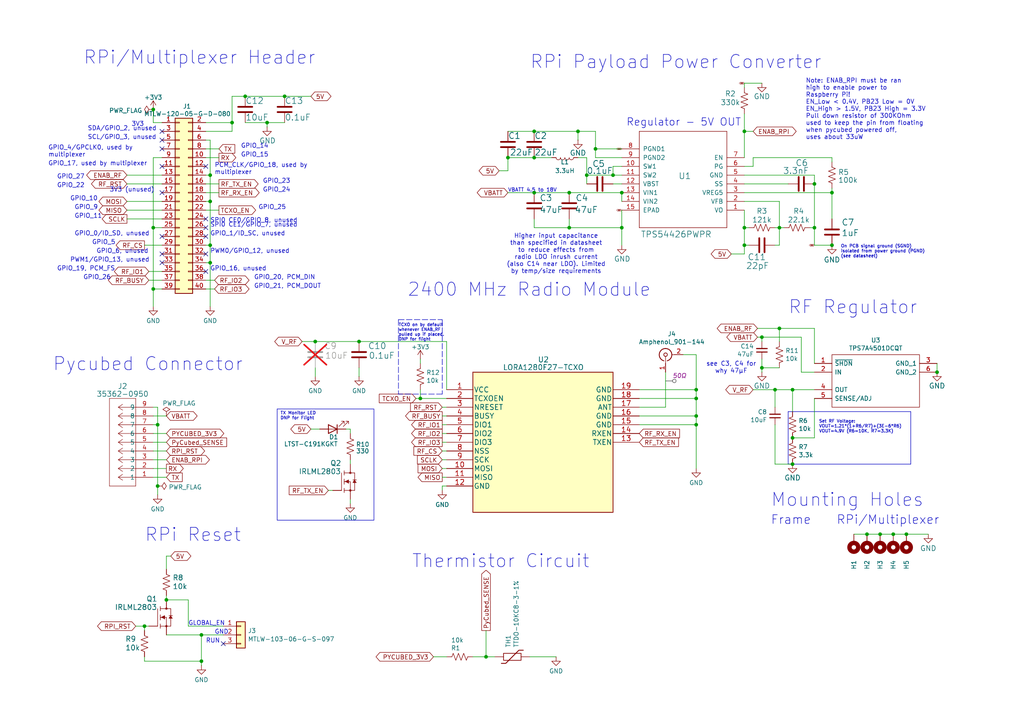
<source format=kicad_sch>
(kicad_sch (version 20250114) (generator "eeschema") (generator_version "9.0")
  (paper "A4")
  (title_block (title "Raspberry Pi Interface Board") (date "2025-04-07") (rev "1.3") (company "Stanford Student Space Initiative") (comment 1 "Hunter Liu") (comment 2 "Austin Chan"))
  (rectangle (start 80.391 118.618) (end 108.458 150.876))
  (text "Mounting Holes" (at 223.52 147.32 0) (effects (font (size 3.81 3.81)) (justify left bottom)))
  (text "RF Regulator" (at 228.6 91.44 0) (effects (font (size 3.81 3.81)) (justify left bottom)))
  (text "Frame" (at 223.52 152.4 0) (effects (font (size 2.54 2.54)) (justify left bottom)))
  (text "GPIO_0/ID_SD, unused" (at 21.59 68.58 0) (effects (font (size 1.27 1.27)) (justify left bottom)))
  (text "GPIO_21, PCM_DOUT" (at 73.66 83.82 0) (effects (font (size 1.27 1.27)) (justify left bottom)))
  (text "RPi/Multiplexer" (at 242.57 152.4 0) (effects (font (size 2.54 2.54)) (justify left bottom)))
  (text "GND" (at 62.23 184.15 0) (effects (font (size 1.27 1.27)) (justify left bottom)))
  (text "GLOBAL_EN" (at 54.61 181.61 0) (effects (font (size 1.27 1.27)) (justify left bottom)))
  (text "Pycubed Connector" (at 15.24 107.95 0) (effects (font (size 3.81 3.81)) (justify left bottom)))
  (text "RPi/Multiplexer Header" (at 24.13 19.05 0) (effects (font (size 3.81 3.81)) (justify left bottom)))
  (text "Set RF Voltage:\nVOUT=1.21*(1+R6/R7)+(3E-6*R6)\nVOUT=4.9V (R6=10K, R7=3.3K)\n" (at 237.49 125.73 0) (effects (font (size 0.889 0.889)) (justify left bottom)))
  (text "GPIO_1/ID_SC, unused" (at 60.96 68.58 0) (effects (font (size 1.27 1.27)) (justify left bottom)))
  (text "GPIO_19, PCM_FS" (at 16.51 78.74 0) (effects (font (size 1.27 1.27)) (justify left bottom)))
  (text "GPIO_5" (at 26.67 71.12 0) (effects (font (size 1.27 1.27)) (justify left bottom)))
  (text "GPIO_15" (at 69.85 45.72 0) (effects (font (size 1.27 1.27)) (justify left bottom)))
  (text "GPIO_6, unused" (at 27.94 73.66 0) (effects (font (size 1.27 1.27)) (justify left bottom)))
  (text "Regulator - 5V OUT" (at 181.61 36.83 0) (effects (font (size 2.159 2.159)) (justify left bottom)))
  (text "GPIO_22" (at 16.51 54.61 0) (effects (font (size 1.27 1.27)) (justify left bottom)))
  (text "3V3 (unused)" (at 31.75 55.88 0) (effects (font (size 1.27 1.27)) (justify left bottom)))
  (text "GPIO_14" (at 69.85 43.18 0) (effects (font (size 1.27 1.27)) (justify left bottom)))
  (text "SDA/GPIO_2, unused" (at 25.4 38.1 0) (effects (font (size 1.27 1.27)) (justify left bottom)))
  (text "RPi Reset" (at 41.91 157.48 0) (effects (font (size 3.81 3.81)) (justify left bottom)))
  (text "Note: ENAB_RPI must be ran \nhigh to enable power to \nRaspberry Pi!\nEN_Low < 0.4V, PB23 Low = 0V\nEN_High > 1.5V, PB23 High = 3.3V\nPull down resistor of 300KOhm \nused to keep the pin from floating\nwhen pycubed powered off, \nuses about 33uW " (at 233.68 40.64 0) (effects (font (size 1.27 1.27)) (justify left bottom)))
  (text "GPIO_11" (at 21.59 63.5 0) (effects (font (size 1.27 1.27)) (justify left bottom)))
  (text "GPIO_16, unused" (at 60.96 78.74 0) (effects (font (size 1.27 1.27)) (justify left bottom)))
  (text "GPIO_27" (at 16.51 52.07 0) (effects (font (size 1.27 1.27)) (justify left bottom)))
  (text "Higher input capacitance\nthan specified in datasheet\nto reduce effects from\nradio LDO inrush current\n(also C14 near LDO). Limited\nby temp/size requirements" (at 161.29 73.66 0) (effects (font (size 1.27 1.27))))
  (text "SCL/GPIO_3, unused" (at 25.4 40.64 0) (effects (font (size 1.27 1.27)) (justify left bottom)))
  (text "GPIO_10" (at 20.32 58.42 0) (effects (font (size 1.27 1.27)) (justify left bottom)))
  (text "On PCB signal ground (SGND)\nisolated from power ground (PGND)\n(see datasheet)\n" (at 243.84 74.93 0) (effects (font (size 0.889 0.889)) (justify left bottom)))
  (text "TX Monitor LED\nDNP for Flight\n" (at 81.28 121.92 0) (effects (font (size 0.889 0.889)) (justify left bottom)))
  (text "TCXO on by default \nwhenever ENAB_RF\npulled up if placed.\nDNP for flight" (at 115.57 99.06 0) (effects (font (size 0.8636 0.8636)) (justify left bottom)))
  (text "PWM0/GPIO_12, unused" (at 60.96 73.66 0) (effects (font (size 1.27 1.27)) (justify left bottom)))
  (text "GPIO_20, PCM_DIN" (at 73.66 81.28 0) (effects (font (size 1.27 1.27)) (justify left bottom)))
  (text "GPIO_9" (at 21.59 60.96 0) (effects (font (size 1.27 1.27)) (justify left bottom)))
  (text "PCM_CLK/GPIO_18, used by\nmultiplexer" (at 62.23 50.8 0) (effects (font (size 1.27 1.27)) (justify left bottom)))
  (text "PWM1/GPIO_13, unused" (at 20.32 76.2 0) (effects (font (size 1.27 1.27)) (justify left bottom)))
  (text "3V3" (at 38.1 36.83 0) (effects (font (size 1.27 1.27)) (justify left bottom)))
  (text "GPIO_25" (at 74.93 60.96 0) (effects (font (size 1.27 1.27)) (justify left bottom)))
  (text "2400 MHz Radio Module" (at 118.11 86.36 0) (effects (font (size 3.81 3.81)) (justify left bottom)))
  (text "Thermistor Circuit" (at 119.38 165.1 0) (effects (font (size 3.81 3.81)) (justify left bottom)))
  (text "VBATT 4.5 to 18V" (at 147.32 55.88 0) (effects (font (size 1.0668 1.0668)) (justify left bottom)))
  (text "RUN" (at 59.69 186.69 0) (effects (font (size 1.27 1.27)) (justify left bottom)))
  (text "SPI0 CE1/GPIO_7, unused" (at 60.96 66.04 0) (effects (font (size 1.27 1.27)) (justify left bottom)))
  (text "RPi Payload Power Converter" (at 153.67 20.32 0) (effects (font (size 3.81 3.81)) (justify left bottom)))
  (text "GPIO_23" (at 76.2 53.34 0) (effects (font (size 1.27 1.27)) (justify left bottom)))
  (text "GPIO_17, used by multiplexer" (at 13.97 48.26 0) (effects (font (size 1.27 1.27)) (justify left bottom)))
  (text "see C3, C4 for\nwhy 47µF" (at 212.09 106.68 0) (effects (font (size 1.27 1.27))))
  (text "GPIO_4/GPCLK0, used by\nmultiplexer" (at 13.97 45.72 0) (effects (font (size 1.27 1.27)) (justify left bottom)))
  (text "GPIO_24" (at 76.2 55.88 0) (effects (font (size 1.27 1.27)) (justify left bottom)))
  (text "SPI0 CE0/GPIO_8, unused" (at 60.96 64.77 0) (effects (font (size 1.27 1.27)) (justify left bottom)))
  (text "GPIO_26" (at 24.13 81.28 0) (effects (font (size 1.27 1.27)) (justify left bottom)))
  (junction (at 180.34 55.88))
  (junction (at 77.47 35.56))
  (junction (at 44.45 83.82))
  (junction (at 255.27 154.94))
  (junction (at 236.22 53.34))
  (junction (at 58.42 191.77))
  (junction (at 271.78 107.95))
  (junction (at 165.1 55.88))
  (junction (at 45.72 140.97))
  (junction (at 215.9 38.1))
  (junction (at 180.34 66.04))
  (junction (at 201.93 115.57))
  (junction (at 172.72 43.18))
  (junction (at 121.92 115.57))
  (junction (at 241.3 71.12))
  (junction (at 236.22 66.04))
  (junction (at 140.97 190.5))
  (junction (at 60.96 76.2))
  (junction (at 60.96 71.12))
  (junction (at 167.64 38.1))
  (junction (at 60.96 50.8))
  (junction (at 170.18 50.8))
  (junction (at 229.87 127))
  (junction (at 45.72 123.19))
  (junction (at 201.93 123.19))
  (junction (at 220.98 97.79))
  (junction (at 224.79 113.03))
  (junction (at 229.87 113.03))
  (junction (at 71.12 27.94))
  (junction (at 154.94 38.1))
  (junction (at 60.96 58.42))
  (junction (at 226.06 95.25))
  (junction (at 44.45 31.75))
  (junction (at 44.45 66.04))
  (junction (at 104.14 99.06))
  (junction (at 67.31 35.56))
  (junction (at 220.98 106.68))
  (junction (at 154.94 45.72))
  (junction (at 201.93 113.03))
  (junction (at 91.44 99.06))
  (junction (at 226.06 66.04))
  (junction (at 58.42 184.15))
  (junction (at 154.94 55.88))
  (junction (at 241.3 55.88))
  (junction (at 82.55 27.94))
  (junction (at 48.26 173.99))
  (junction (at 177.8 50.8))
  (junction (at 229.87 134.62))
  (junction (at 41.91 181.61))
  (junction (at 259.08 154.94))
  (junction (at 215.9 66.04))
  (junction (at 165.1 66.04))
  (junction (at 262.89 154.94))
  (junction (at 147.32 45.72))
  (junction (at 215.9 71.12))
  (junction (at 201.93 120.65))
  (junction (at 251.46 154.94))
  (no_connect (at 59.69 78.74))
  (no_connect (at 59.69 63.5))
  (no_connect (at 59.69 73.66))
  (no_connect (at 46.99 68.58))
  (no_connect (at 46.99 55.88))
  (no_connect (at 46.99 48.26))
  (no_connect (at 46.99 43.18))
  (no_connect (at 59.69 68.58))
  (no_connect (at 46.99 38.1))
  (no_connect (at 46.99 76.2))
  (no_connect (at 46.99 73.66))
  (no_connect (at 59.69 48.26))
  (no_connect (at 64.77 186.69))
  (no_connect (at 59.69 66.04))
  (no_connect (at 46.99 40.64))
  (wire (pts (xy 60.96 71.12) (xy 59.69 71.12)))
  (wire (pts (xy 215.9 53.34) (xy 228.6 53.34)))
  (wire (pts (xy 247.65 154.94) (xy 251.46 154.94)))
  (wire (pts (xy 262.89 154.94) (xy 269.24 154.94)))
  (wire (pts (xy 236.22 95.25) (xy 236.22 105.41)))
  (wire (pts (xy 71.12 35.56) (xy 77.47 35.56)))
  (wire (pts (xy 59.69 50.8) (xy 60.96 50.8)))
  (wire (pts (xy 147.32 45.72) (xy 154.94 45.72)))
  (wire (pts (xy 201.93 113.03) (xy 201.93 115.57)))
  (wire (pts (xy 45.72 123.19) (xy 45.72 140.97)))
  (wire (pts (xy 129.54 140.97) (xy 128.27 140.97)))
  (wire (pts (xy 43.18 78.74) (xy 46.99 78.74)))
  (wire (pts (xy 167.64 45.72) (xy 170.18 45.72)))
  (wire (pts (xy 41.91 191.77) (xy 58.42 191.77)))
  (wire (pts (xy 185.42 115.57) (xy 201.93 115.57)))
  (wire (pts (xy 121.92 113.03) (xy 121.92 115.57)))
  (wire (pts (xy 229.87 113.03) (xy 236.22 113.03)))
  (wire (pts (xy 226.06 106.68) (xy 220.98 106.68)))
  (wire (pts (xy 241.3 54.61) (xy 241.3 55.88)))
  (wire (pts (xy 44.45 31.75) (xy 44.45 35.56)))
  (wire (pts (xy 64.77 181.61) (xy 54.61 181.61)))
  (wire (pts (xy 220.98 97.79) (xy 220.98 99.06)))
  (wire (pts (xy 128.27 118.11) (xy 129.54 118.11)))
  (wire (pts (xy 44.45 83.82) (xy 46.99 83.82)))
  (wire (pts (xy 220.98 24.13) (xy 215.9 24.13)))
  (wire (pts (xy 91.44 106.68) (xy 91.44 109.22)))
  (wire (pts (xy 49.53 161.29) (xy 48.26 161.29)))
  (wire (pts (xy 45.72 118.11) (xy 45.72 123.19)))
  (wire (pts (xy 185.42 120.65) (xy 201.93 120.65)))
  (wire (pts (xy 236.22 50.8) (xy 236.22 53.34)))
  (wire (pts (xy 60.96 71.12) (xy 60.96 76.2)))
  (wire (pts (xy 46.99 71.12) (xy 41.91 71.12)))
  (wire (pts (xy 43.18 81.28) (xy 46.99 81.28)))
  (polyline (pts (xy 264.16 134.62) (xy 264.16 119.38)))
  (wire (pts (xy 219.71 97.79) (xy 220.98 97.79)))
  (wire (pts (xy 46.99 60.96) (xy 36.83 60.96)))
  (wire (pts (xy 90.17 124.46) (xy 92.71 124.46)))
  (wire (pts (xy 177.8 50.8) (xy 177.8 48.26)))
  (wire (pts (xy 226.06 95.25) (xy 226.06 99.06)))
  (wire (pts (xy 36.83 58.42) (xy 46.99 58.42)))
  (wire (pts (xy 45.72 140.97) (xy 45.72 143.51)))
  (wire (pts (xy 128.27 130.81) (xy 129.54 130.81)))
  (wire (pts (xy 224.79 118.11) (xy 224.79 113.03)))
  (wire (pts (xy 226.06 66.04) (xy 226.06 71.12)))
  (wire (pts (xy 241.3 45.72) (xy 241.3 46.99)))
  (wire (pts (xy 36.83 63.5) (xy 46.99 63.5)))
  (wire (pts (xy 154.94 45.72) (xy 160.02 45.72)))
  (polyline (pts (xy 128.27 114.3) (xy 115.57 114.3)) (stroke (width 0) (type dash)))
  (wire (pts (xy 60.96 40.64) (xy 59.69 40.64)))
  (wire (pts (xy 185.42 113.03) (xy 201.93 113.03)))
  (wire (pts (xy 172.72 43.18) (xy 172.72 45.72)))
  (wire (pts (xy 128.27 125.73) (xy 129.54 125.73)))
  (wire (pts (xy 44.45 66.04) (xy 46.99 66.04)))
  (wire (pts (xy 48.26 138.43) (xy 44.45 138.43)))
  (wire (pts (xy 48.26 128.27) (xy 44.45 128.27)))
  (wire (pts (xy 44.45 118.11) (xy 45.72 118.11)))
  (wire (pts (xy 82.55 27.94) (xy 90.17 27.94)))
  (wire (pts (xy 224.79 71.12) (xy 226.06 71.12)))
  (wire (pts (xy 59.69 43.18) (xy 63.5 43.18)))
  (wire (pts (xy 180.34 48.26) (xy 177.8 48.26)))
  (wire (pts (xy 48.26 161.29) (xy 48.26 165.1)))
  (wire (pts (xy 218.44 113.03) (xy 224.79 113.03)))
  (wire (pts (xy 44.45 125.73) (xy 48.26 125.73)))
  (wire (pts (xy 54.61 173.99) (xy 48.26 173.99)))
  (wire (pts (xy 147.32 38.1) (xy 154.94 38.1)))
  (wire (pts (xy 229.87 119.38) (xy 229.87 113.03)))
  (wire (pts (xy 201.93 102.87) (xy 198.12 102.87)))
  (wire (pts (xy 224.79 123.19) (xy 224.79 134.62)))
  (wire (pts (xy 44.45 66.04) (xy 44.45 45.72)))
  (wire (pts (xy 128.27 135.89) (xy 129.54 135.89)))
  (wire (pts (xy 104.14 99.06) (xy 129.54 99.06)))
  (wire (pts (xy 170.18 53.34) (xy 170.18 50.8)))
  (wire (pts (xy 101.6 133.35) (xy 101.6 134.62)))
  (wire (pts (xy 236.22 127) (xy 236.22 115.57)))
  (wire (pts (xy 128.27 138.43) (xy 129.54 138.43)))
  (wire (pts (xy 121.92 104.14) (xy 121.92 105.41)))
  (wire (pts (xy 48.26 135.89) (xy 44.45 135.89)))
  (wire (pts (xy 128.27 133.35) (xy 129.54 133.35)))
  (wire (pts (xy 67.31 27.94) (xy 67.31 35.56)))
  (polyline (pts (xy 228.6 119.38) (xy 228.6 134.62)))
  (wire (pts (xy 44.45 45.72) (xy 46.99 45.72)))
  (wire (pts (xy 48.26 130.81) (xy 44.45 130.81)))
  (wire (pts (xy 44.45 123.19) (xy 45.72 123.19)))
  (wire (pts (xy 154.94 66.04) (xy 154.94 63.5)))
  (wire (pts (xy 201.93 102.87) (xy 201.93 113.03)))
  (wire (pts (xy 215.9 60.96) (xy 215.9 66.04)))
  (wire (pts (xy 67.31 38.1) (xy 67.31 35.56)))
  (wire (pts (xy 59.69 38.1) (xy 67.31 38.1)))
  (wire (pts (xy 48.26 133.35) (xy 44.45 133.35)))
  (wire (pts (xy 215.9 66.04) (xy 215.9 71.12)))
  (wire (pts (xy 59.69 81.28) (xy 62.23 81.28)))
  (wire (pts (xy 220.98 106.68) (xy 220.98 107.95)))
  (wire (pts (xy 67.31 27.94) (xy 71.12 27.94)))
  (wire (pts (xy 201.93 120.65) (xy 201.93 123.19)))
  (wire (pts (xy 215.9 55.88) (xy 241.3 55.88)))
  (wire (pts (xy 147.32 49.53) (xy 144.78 49.53)))
  (wire (pts (xy 44.45 120.65) (xy 48.26 120.65)))
  (wire (pts (xy 215.9 71.12) (xy 217.17 71.12)))
  (wire (pts (xy 60.96 88.9) (xy 60.96 76.2)))
  (wire (pts (xy 77.47 35.56) (xy 77.47 36.83)))
  (wire (pts (xy 154.94 38.1) (xy 167.64 38.1)))
  (wire (pts (xy 165.1 55.88) (xy 180.34 55.88)))
  (polyline (pts (xy 264.16 119.38) (xy 228.6 119.38)))
  (wire (pts (xy 41.91 190.5) (xy 41.91 191.77)))
  (wire (pts (xy 36.83 53.34) (xy 46.99 53.34)))
  (wire (pts (xy 41.91 181.61) (xy 41.91 182.88)))
  (wire (pts (xy 229.87 127) (xy 236.22 127)))
  (wire (pts (xy 95.25 142.24) (xy 96.52 142.24)))
  (wire (pts (xy 226.06 66.04) (xy 227.33 66.04)))
  (wire (pts (xy 71.12 27.94) (xy 82.55 27.94)))
  (wire (pts (xy 36.83 50.8) (xy 46.99 50.8)))
  (wire (pts (xy 180.34 53.34) (xy 177.8 53.34)))
  (wire (pts (xy 201.93 123.19) (xy 201.93 135.89)))
  (wire (pts (xy 167.64 38.1) (xy 172.72 38.1)))
  (wire (pts (xy 255.27 154.94) (xy 259.08 154.94)))
  (wire (pts (xy 121.92 115.57) (xy 129.54 115.57)))
  (wire (pts (xy 44.45 88.9) (xy 44.45 83.82)))
  (wire (pts (xy 140.97 190.5) (xy 140.97 182.88)))
  (wire (pts (xy 218.44 48.26) (xy 215.9 48.26)))
  (wire (pts (xy 128.27 140.97) (xy 128.27 142.24)))
  (wire (pts (xy 58.42 191.77) (xy 58.42 193.04)))
  (wire (pts (xy 100.33 124.46) (xy 101.6 124.46)))
  (wire (pts (xy 154.94 55.88) (xy 165.1 55.88)))
  (wire (pts (xy 153.67 190.5) (xy 161.29 190.5)))
  (wire (pts (xy 120.65 115.57) (xy 121.92 115.57)))
  (wire (pts (xy 251.46 154.94) (xy 255.27 154.94)))
  (wire (pts (xy 41.91 181.61) (xy 43.18 181.61)))
  (wire (pts (xy 128.27 120.65) (xy 129.54 120.65)))
  (polyline (pts (xy 228.6 134.62) (xy 264.16 134.62)))
  (polyline (pts (xy 115.57 92.71) (xy 115.57 114.3)) (stroke (width 0) (type dash)))
  (wire (pts (xy 236.22 66.04) (xy 236.22 71.12)))
  (wire (pts (xy 180.34 60.96) (xy 180.34 66.04)))
  (wire (pts (xy 165.1 66.04) (xy 165.1 63.5)))
  (wire (pts (xy 48.26 172.72) (xy 48.26 173.99)))
  (wire (pts (xy 143.51 190.5) (xy 140.97 190.5)))
  (wire (pts (xy 177.8 50.8) (xy 170.18 50.8)))
  (wire (pts (xy 58.42 184.15) (xy 58.42 191.77)))
  (wire (pts (xy 215.9 71.12) (xy 215.9 73.66)))
  (wire (pts (xy 215.9 66.04) (xy 217.17 66.04)))
  (wire (pts (xy 271.78 107.95) (xy 271.78 105.41)))
  (wire (pts (xy 91.44 99.06) (xy 104.14 99.06)))
  (wire (pts (xy 232.41 107.95) (xy 236.22 107.95)))
  (wire (pts (xy 167.64 38.1) (xy 167.64 40.64)))
  (wire (pts (xy 104.14 106.68) (xy 104.14 109.22)))
  (wire (pts (xy 165.1 66.04) (xy 180.34 66.04)))
  (polyline (pts (xy 128.27 92.71) (xy 128.27 114.3)) (stroke (width 0) (type dash)))
  (wire (pts (xy 218.44 45.72) (xy 218.44 48.26)))
  (wire (pts (xy 215.9 24.13) (xy 215.9 25.4)))
  (wire (pts (xy 60.96 40.64) (xy 60.96 50.8)))
  (wire (pts (xy 59.69 53.34) (xy 63.5 53.34)))
  (wire (pts (xy 147.32 55.88) (xy 154.94 55.88)))
  (wire (pts (xy 140.97 190.5) (xy 137.16 190.5)))
  (wire (pts (xy 212.09 73.66) (xy 215.9 73.66)))
  (wire (pts (xy 44.45 66.04) (xy 44.45 83.82)))
  (wire (pts (xy 172.72 45.72) (xy 180.34 45.72)))
  (wire (pts (xy 59.69 55.88) (xy 63.5 55.88)))
  (wire (pts (xy 77.47 35.56) (xy 82.55 35.56)))
  (wire (pts (xy 128.27 128.27) (xy 129.54 128.27)))
  (wire (pts (xy 219.71 95.25) (xy 226.06 95.25)))
  (wire (pts (xy 226.06 95.25) (xy 236.22 95.25)))
  (wire (pts (xy 215.9 45.72) (xy 215.9 38.1)))
  (wire (pts (xy 241.3 45.72) (xy 218.44 45.72)))
  (wire (pts (xy 129.54 99.06) (xy 129.54 113.03)))
  (wire (pts (xy 220.98 104.14) (xy 220.98 106.68)))
  (wire (pts (xy 215.9 38.1) (xy 218.44 38.1)))
  (wire (pts (xy 101.6 124.46) (xy 101.6 125.73)))
  (wire (pts (xy 226.06 58.42) (xy 226.06 66.04)))
  (wire (pts (xy 154.94 66.04) (xy 165.1 66.04)))
  (wire (pts (xy 180.34 58.42) (xy 180.34 55.88)))
  (wire (pts (xy 54.61 181.61) (xy 54.61 173.99)))
  (wire (pts (xy 259.08 154.94) (xy 262.89 154.94)))
  (wire (pts (xy 185.42 123.19) (xy 201.93 123.19)))
  (wire (pts (xy 59.69 58.42) (xy 60.96 58.42)))
  (wire (pts (xy 215.9 50.8) (xy 236.22 50.8)))
  (wire (pts (xy 180.34 66.04) (xy 180.34 71.12)))
  (wire (pts (xy 215.9 33.02) (xy 215.9 38.1)))
  (wire (pts (xy 220.98 97.79) (xy 232.41 97.79)))
  (wire (pts (xy 125.73 190.5) (xy 129.54 190.5)))
  (wire (pts (xy 59.69 83.82) (xy 62.23 83.82)))
  (wire (pts (xy 224.79 113.03) (xy 229.87 113.03)))
  (wire (pts (xy 147.32 49.53) (xy 147.32 45.72)))
  (wire (pts (xy 58.42 184.15) (xy 64.77 184.15)))
  (wire (pts (xy 39.37 181.61) (xy 41.91 181.61)))
  (wire (pts (xy 236.22 53.34) (xy 236.22 66.04)))
  (wire (pts (xy 180.34 43.18) (xy 172.72 43.18)))
  (wire (pts (xy 59.69 60.96) (xy 63.5 60.96)))
  (wire (pts (xy 234.95 66.04) (xy 236.22 66.04)))
  (wire (pts (xy 241.3 55.88) (xy 241.3 63.5)))
  (wire (pts (xy 59.69 45.72) (xy 63.5 45.72)))
  (wire (pts (xy 60.96 58.42) (xy 60.96 71.12)))
  (wire (pts (xy 48.26 184.15) (xy 58.42 184.15)))
  (wire (pts (xy 232.41 97.79) (xy 232.41 107.95)))
  (wire (pts (xy 59.69 35.56) (xy 67.31 35.56)))
  (wire (pts (xy 201.93 115.57) (xy 201.93 120.65)))
  (wire (pts (xy 172.72 38.1) (xy 172.72 43.18)))
  (wire (pts (xy 128.27 123.19) (xy 129.54 123.19)))
  (wire (pts (xy 224.79 134.62) (xy 229.87 134.62)))
  (wire (pts (xy 193.04 107.95) (xy 193.04 118.11)))
  (wire (pts (xy 87.63 99.06) (xy 91.44 99.06)))
  (wire (pts (xy 170.18 50.8) (xy 170.18 45.72)))
  (wire (pts (xy 185.42 118.11) (xy 193.04 118.11)))
  (wire (pts (xy 236.22 71.12) (xy 241.3 71.12)))
  (polyline (pts (xy 115.57 92.71) (xy 128.27 92.71)) (stroke (width 0) (type dash)))
  (wire (pts (xy 101.6 144.78) (xy 101.6 146.05)))
  (wire (pts (xy 46.99 35.56) (xy 44.45 35.56)))
  (wire (pts (xy 224.79 66.04) (xy 226.06 66.04)))
  (wire (pts (xy 59.69 76.2) (xy 60.96 76.2)))
  (wire (pts (xy 60.96 50.8) (xy 60.96 58.42)))
  (wire (pts (xy 215.9 58.42) (xy 226.06 58.42)))
  (wire (pts (xy 180.34 50.8) (xy 177.8 50.8)))
  (global_label "PYCUBED_3V3" (shape bidirectional) (at 48.26 125.73 0) (property "Intersheetrefs" "${INTERSHEET_REFS}" (effects (hide yes))))
  (global_label "ENAB_RPI" (shape bidirectional) (at 48.26 133.35 0) (property "Intersheetrefs" "${INTERSHEET_REFS}" (effects (hide yes))))
  (global_label "TCXO_EN" (shape output) (at 63.5 60.96 0) (property "Intersheetrefs" "${INTERSHEET_REFS}" (effects (hide yes))))
  (global_label "RF_CS" (shape input) (at 128.27 130.81 180) (property "Intersheetrefs" "${INTERSHEET_REFS}" (effects (hide yes))))
  (global_label "PyCubed_SENSE" (shape output) (at 140.97 182.88 90) (property "Intersheetrefs" "${INTERSHEET_REFS}" (effects (hide yes))))
  (global_label "V_RF" (shape bidirectional) (at 218.44 113.03 180) (property "Intersheetrefs" "${INTERSHEET_REFS}" (effects (hide yes))))
  (global_label "GND" (shape bidirectional) (at 180.34 60.96 180) (effects (font (size 0.254 0.254))) (property "Intersheetrefs" "${INTERSHEET_REFS}" (effects (hide yes))))
  (global_label "ENAB_RF" (shape bidirectional) (at 36.83 50.8 180) (property "Intersheetrefs" "${INTERSHEET_REFS}" (effects (hide yes))))
  (global_label "RF_IO2" (shape bidirectional) (at 62.23 81.28 0) (property "Intersheetrefs" "${INTERSHEET_REFS}" (effects (hide yes))))
  (global_label "SCLK" (shape input) (at 128.27 133.35 180) (property "Intersheetrefs" "${INTERSHEET_REFS}" (effects (hide yes))))
  (global_label "VBATT" (shape bidirectional) (at 147.32 55.88 180) (property "Intersheetrefs" "${INTERSHEET_REFS}" (effects (hide yes))))
  (global_label "RPI_RST" (shape bidirectional) (at 48.26 130.81 0) (property "Intersheetrefs" "${INTERSHEET_REFS}" (effects (hide yes))))
  (global_label "MOSI" (shape bidirectional) (at 36.83 58.42 180) (property "Intersheetrefs" "${INTERSHEET_REFS}" (effects (hide yes))))
  (global_label "5V" (shape bidirectional) (at 144.78 49.53 180) (property "Intersheetrefs" "${INTERSHEET_REFS}" (effects (hide yes))))
  (global_label "RF_BUSY" (shape bidirectional) (at 43.18 81.28 180) (property "Intersheetrefs" "${INTERSHEET_REFS}" (effects (hide yes))))
  (global_label "RF_BUSY" (shape output) (at 128.27 120.65 180) (property "Intersheetrefs" "${INTERSHEET_REFS}" (effects (hide yes))))
  (global_label "5V" (shape bidirectional) (at 212.09 73.66 180) (property "Intersheetrefs" "${INTERSHEET_REFS}" (effects (hide yes))))
  (global_label "V_RF" (shape bidirectional) (at 87.63 99.06 180) (property "Intersheetrefs" "${INTERSHEET_REFS}" (effects (hide yes))))
  (global_label "ENAB_RF" (shape bidirectional) (at 219.71 95.25 180) (property "Intersheetrefs" "${INTERSHEET_REFS}" (effects (hide yes))))
  (global_label "5V" (shape bidirectional) (at 90.17 124.46 180) (property "Intersheetrefs" "${INTERSHEET_REFS}" (effects (hide yes))))
  (global_label "GND" (shape bidirectional) (at 236.22 71.12 180) (effects (font (size 0.254 0.254))) (property "Intersheetrefs" "${INTERSHEET_REFS}" (effects (hide yes))))
  (global_label "5V" (shape bidirectional) (at 49.53 161.29 0) (property "Intersheetrefs" "${INTERSHEET_REFS}" (effects (hide yes))))
  (global_label "RF_TX_EN" (shape input) (at 95.25 142.24 180) (property "Intersheetrefs" "${INTERSHEET_REFS}" (effects (hide yes))))
  (global_label "GND" (shape bidirectional) (at 180.34 43.18 180) (effects (font (size 0.254 0.254))) (property "Intersheetrefs" "${INTERSHEET_REFS}" (effects (hide yes))))
  (global_label "VBATT" (shape bidirectional) (at 48.26 120.65 0) (property "Intersheetrefs" "${INTERSHEET_REFS}" (effects (hide yes))))
  (global_label "RF_IO3" (shape output) (at 128.27 128.27 180) (property "Intersheetrefs" "${INTERSHEET_REFS}" (effects (hide yes))))
  (global_label "MOSI" (shape input) (at 128.27 135.89 180) (property "Intersheetrefs" "${INTERSHEET_REFS}" (effects (hide yes))))
  (global_label "RF_IO3" (shape bidirectional) (at 62.23 83.82 0) (property "Intersheetrefs" "${INTERSHEET_REFS}" (effects (hide yes))))
  (global_label "GND" (shape bidirectional) (at 215.9 24.13 180) (effects (font (size 0.254 0.254))) (property "Intersheetrefs" "${INTERSHEET_REFS}" (effects (hide yes))))
  (global_label "MISO" (shape output) (at 128.27 138.43 180) (property "Intersheetrefs" "${INTERSHEET_REFS}" (effects (hide yes))))
  (global_label "RF_TX_EN" (shape input) (at 185.42 128.27 0) (property "Intersheetrefs" "${INTERSHEET_REFS}" (effects (hide yes))))
  (global_label "PyCubed_SENSE" (shape input) (at 48.26 128.27 0) (property "Intersheetrefs" "${INTERSHEET_REFS}" (effects (hide yes))))
  (global_label "RPI_RST" (shape bidirectional) (at 39.37 181.61 180) (property "Intersheetrefs" "${INTERSHEET_REFS}" (effects (hide yes))))
  (global_label "TCXO_EN" (shape input) (at 120.65 115.57 180) (property "Intersheetrefs" "${INTERSHEET_REFS}" (effects (hide yes))))
  (global_label "5V" (shape bidirectional) (at 90.17 27.94 0) (property "Intersheetrefs" "${INTERSHEET_REFS}" (effects (hide yes))))
  (global_label "RF_IO1" (shape bidirectional) (at 43.18 78.74 180) (property "Intersheetrefs" "${INTERSHEET_REFS}" (effects (hide yes))))
  (global_label "RF_TX_EN" (shape output) (at 63.5 53.34 0) (property "Intersheetrefs" "${INTERSHEET_REFS}" (effects (hide yes))))
  (global_label "RF_CS" (shape output) (at 41.91 71.12 180) (property "Intersheetrefs" "${INTERSHEET_REFS}" (effects (hide yes))))
  (global_label "RF_IO1" (shape output) (at 128.27 123.19 180) (property "Intersheetrefs" "${INTERSHEET_REFS}" (effects (hide yes))))
  (global_label "RF_RX_EN" (shape input) (at 185.42 125.73 0) (property "Intersheetrefs" "${INTERSHEET_REFS}" (effects (hide yes))))
  (global_label "VBATT" (shape bidirectional) (at 219.71 97.79 180) (property "Intersheetrefs" "${INTERSHEET_REFS}" (effects (hide yes))))
  (global_label "TX" (shape input) (at 48.26 138.43 0) (property "Intersheetrefs" "${INTERSHEET_REFS}" (effects (hide yes))))
  (global_label "RF_IO2" (shape output) (at 128.27 125.73 180) (property "Intersheetrefs" "${INTERSHEET_REFS}" (effects (hide yes))))
  (global_label "ENAB_RPI" (shape bidirectional) (at 218.44 38.1 0) (property "Intersheetrefs" "${INTERSHEET_REFS}" (effects (hide yes))))
  (global_label "RF_RST" (shape bidirectional) (at 36.83 53.34 180) (property "Intersheetrefs" "${INTERSHEET_REFS}" (effects (hide yes))))
  (global_label "PYCUBED_3V3" (shape bidirectional) (at 125.73 190.5 180) (property "Intersheetrefs" "${INTERSHEET_REFS}" (effects (hide yes))))
  (global_label "RF_RX_EN" (shape output) (at 63.5 55.88 0) (property "Intersheetrefs" "${INTERSHEET_REFS}" (effects (hide yes))))
  (global_label "RX" (shape output) (at 48.26 135.89 0) (property "Intersheetrefs" "${INTERSHEET_REFS}" (effects (hide yes))))
  (global_label "MISO" (shape bidirectional) (at 36.83 60.96 180) (property "Intersheetrefs" "${INTERSHEET_REFS}" (effects (hide yes))))
  (global_label "SCLK" (shape output) (at 36.83 63.5 180) (property "Intersheetrefs" "${INTERSHEET_REFS}" (effects (hide yes))))
  (global_label "TX" (shape input) (at 63.5 43.18 0) (property "Intersheetrefs" "${INTERSHEET_REFS}" (effects (hide yes))))
  (global_label "RF_RST" (shape input) (at 128.27 118.11 180) (property "Intersheetrefs" "${INTERSHEET_REFS}" (effects (hide yes))))
  (global_label "RX" (shape output) (at 63.5 45.72 0) (property "Intersheetrefs" "${INTERSHEET_REFS}" (effects (hide yes))))
  (netclass_flag "" (length 2.54) (shape round) (at 193.04 110.49 270) (property "Netclass" "50Ω" (at 195.072 108.966 0) (effects (font (italic yes)) (justify left))))
  (symbol (lib_id "Device:C") (at 173.99 53.34 90) (unit 1)
    (property "Reference" "C5" (at 175.514 46.482 90) (effects (font (size 1.778 1.778)) (justify left bottom)))
    (property "Value" "0.1uF" (at 177.8 48.514 90) (effects (font (size 1.778 1.778)) (justify left bottom)))
    (property "Footprint" "Capacitor_SMD:C_0603_1608Metric" (effects (hide yes)))
    (property "Description" "Unpolarized capacitor" (effects (hide yes)))
  )
  (symbol (lib_id "power:GND") (at 271.78 107.95 0) (unit 1)
    (property "Reference" "#GND06" (effects (hide yes)))
    (property "Value" "GND" (at 269.367 112.776 0) (effects (font (size 1.4986 1.4986)) (justify left bottom)))
    (property "Description" "Power symbol creates a global label with name \"GND\" , ground" (effects (hide yes)))
  )
  (symbol (lib_id "power:GND") (at 180.34 71.12 0) (unit 1)
    (property "Reference" "#GND02" (effects (hide yes)))
    (property "Value" "GND" (at 178.054 75.946 0) (effects (font (size 1.4986 1.4986)) (justify left bottom)))
    (property "Description" "Power symbol creates a global label with name \"GND\" , ground" (effects (hide yes)))
  )
  (symbol (lib_id "Device:C") (at 241.3 67.31 0) (unit 1)
    (property "Reference" "C7" (at 244.0432 64.4906 0) (effects (font (size 1.778 1.778)) (justify left)))
    (property "Value" "1uF" (at 244.0432 67.564 0) (effects (font (size 1.778 1.778)) (justify left)))
    (property "Footprint" "Capacitor_SMD:C_0603_1608Metric" (effects (hide yes)))
    (property "Description" "Unpolarized capacitor" (effects (hide yes)))
  )
  (symbol (lib_id "Device:C") (at 82.55 31.75 0) (unit 1)
    (property "Reference" "C13" (at 82.55 30.226 0) (effects (font (size 1.778 1.778)) (justify left bottom)))
    (property "Value" "0.1uF" (at 82.55 35.052 0) (effects (font (size 1.778 1.778)) (justify left bottom)))
    (property "Footprint" "Capacitor_SMD:C_0603_1608Metric" (effects (hide yes)))
    (property "Description" "Unpolarized capacitor" (effects (hide yes)))
  )
  (symbol (lib_id "Device:R_US") (at 241.3 50.8 0) (unit 1)
    (property "Reference" "R5" (at 243.078 50.8 0) (effects (font (size 1.4986 1.4986)) (justify left bottom)))
    (property "Value" "100k" (at 243.078 53.086 0) (effects (font (size 1.4986 1.4986)) (justify left bottom)))
    (property "Footprint" "Resistor_SMD:R_0603_1608Metric" (effects (hide yes)))
    (property "Description" "Resistor, US symbol" (effects (hide yes)))
  )
  (symbol (lib_id "ssi_connector:MTLW-120-05-G-D-080") (at 52.07 58.42 0) (unit 1)
    (property "Reference" "J1" (at 54.229 30.845 0))
    (property "Value" "MTLW-120-05-G-D-080" (at 54.356 33.02 0))
    (property "Footprint" "ssi_connector:SAMTEC_MTLW-120-XX-X-D-XXX" (effects (hide yes)))
    (property "Datasheet" "https://www.samtec.com/products/mtlw-120-05-g-d-080" (effects (hide yes)))
    (property "Description" "Stacking 2x20 header, low profile" (effects (hide yes)))
  )
  (symbol (lib_id "Device:C") (at 71.12 31.75 0) (unit 1)
    (property "Reference" "C12" (at 71.12 30.226 0) (effects (font (size 1.778 1.778)) (justify left bottom)))
    (property "Value" "10uF" (at 71.12 35.052 0) (effects (font (size 1.778 1.778)) (justify left bottom)))
    (property "Footprint" "Capacitor_SMD:C_0603_1608Metric" (effects (hide yes)))
    (property "Description" "Unpolarized capacitor" (effects (hide yes)))
  )
  (symbol (lib_id "Device:R_US") (at 133.35 190.5 90) (unit 1)
    (property "Reference" "R1" (at 130.81 187.96 90) (effects (justify right)))
    (property "Value" "10k" (at 130.81 185.674 90) (effects (justify right)))
    (property "Footprint" "Resistor_SMD:R_0603_1608Metric" (effects (hide yes)))
    (property "Description" "Resistor, US symbol" (effects (hide yes)))
  )
  (symbol (lib_id "power:GND") (at 44.45 88.9 0) (unit 1)
    (property "Reference" "#PWR05" (effects (hide yes)))
    (property "Value" "GND" (at 44.45 93.0355 0))
    (property "Description" "Power symbol creates a global label with name \"GND\" , ground" (effects (hide yes)))
  )
  (symbol (lib_id "power:GND") (at 229.87 134.62 0) (unit 1)
    (property "Reference" "#GND05" (effects (hide yes)))
    (property "Value" "GND" (at 227.457 139.446 0) (effects (font (size 1.4986 1.4986)) (justify left bottom)))
    (property "Description" "Power symbol creates a global label with name \"GND\" , ground" (effects (hide yes)))
  )
  (symbol (lib_id "power:GND") (at 269.24 154.94 0) (unit 1)
    (property "Reference" "#GND08" (effects (hide yes)))
    (property "Value" "GND" (at 266.827 159.893 0) (effects (font (size 1.4986 1.4986)) (justify left bottom)))
    (property "Description" "Power symbol creates a global label with name \"GND\" , ground" (effects (hide yes)))
  )
  (symbol (lib_id "Mechanical:MountingHole_Pad") (at 255.27 157.48 180) (unit 1) (exclude_from_sim yes) (in_bom no)
    (property "Reference" "H3" (at 255.27 163.83 90))
    (property "Value" "MountingHole_Pad" (effects (hide yes)))
    (property "Footprint" "MountingHole:MountingHole_2.7mm_M2.5_DIN965_Pad" (effects (hide yes)))
    (property "Description" "Mounting Hole with connection" (effects (hide yes)))
  )
  (symbol (lib_id "Device:R_US") (at 101.6 129.54 0) (unit 1)
    (property "Reference" "R10" (at 103.251 128.8963 0) (effects (justify left)))
    (property "Value" "330" (at 103.251 130.8173 0) (effects (justify left)))
    (property "Footprint" "Resistor_SMD:R_0603_1608Metric" (effects (hide yes)))
    (property "Description" "Resistor, US symbol" (effects (hide yes)))
  )
  (symbol (lib_id "power:PWR_FLAG") (at 45.72 140.97 270) (mirror x) (unit 1)
    (property "Reference" "#FLG02" (effects (hide yes)))
    (property "Value" "PWR_FLAG" (at 48.8949 141.2868 90) (effects (justify left)))
    (property "Description" "Special symbol for telling ERC where power comes from" (effects (hide yes)))
  )
  (symbol (lib_id "Device:R_US") (at 41.91 186.69 0) (unit 1)
    (property "Reference" "R9" (at 36.322 186.182 0) (effects (font (size 1.4986 1.4986)) (justify left bottom)))
    (property "Value" "10k" (at 36.322 188.722 0) (effects (font (size 1.4986 1.4986)) (justify left bottom)))
    (property "Footprint" "Resistor_SMD:R_0603_1608Metric" (effects (hide yes)))
    (property "Description" "Resistor, US symbol" (effects (hide yes)))
  )
  (symbol (lib_id "Device:C") (at 232.41 53.34 90) (unit 1)
    (property "Reference" "C6" (at 234.442 46.228 90) (effects (font (size 1.778 1.778)) (justify left bottom)))
    (property "Value" "3.3nF" (at 234.696 48.514 90) (effects (font (size 1.778 1.778)) (justify left bottom)))
    (property "Footprint" "Capacitor_SMD:C_0603_1608Metric" (effects (hide yes)))
    (property "Description" "Unpolarized capacitor" (effects (hide yes)))
  )
  (symbol (lib_id "power:+3V3") (at 44.45 31.75 0) (unit 1)
    (property "Reference" "#PWR04" (effects (hide yes)))
    (property "Value" "+3V3" (at 44.45 28.2481 0))
    (property "Description" "Power symbol creates a global label with name \"+3V3\"" (effects (hide yes)))
  )
  (symbol (lib_id "ssi_transistor:IRLML2803TRPBF") (at 45.72 179.07 0) (unit 1)
    (property "Reference" "Q1" (at 42.418 172.847 0) (effects (font (size 1.4986 1.4986)) (justify left top)))
    (property "Value" "IRLML2803" (at 33.274 175.26 0) (effects (font (size 1.4986 1.4986)) (justify left top)))
    (property "Footprint" "ssi_transistor:SOT-23" (effects (hide yes)))
    (property "Datasheet" "https://www.infineon.com/dgdl/irlml2803pbf.pdf?fileId=5546d462533600a4015356682aff260f" (effects (hide yes)))
    (property "Description" "Single N-Channel MOSFET" (effects (hide yes)))
    (property "Flight" "MMBT2222AT " (effects (hide yes)))
    (property "Manufacturer_Name" "ON Semiconductor" (effects (hide yes)))
    (property "Manufacturer_Part_Number" "MMBT2222AT " (effects (hide yes)))
    (property "Proto" "2302" (effects (hide yes)))
  )
  (symbol (lib_id "Device:R_US") (at 226.06 102.87 0) (mirror y) (unit 1)
    (property "Reference" "R11" (at 227.7872 101.7016 0) (effects (justify right)))
    (property "Value" "10k" (at 227.7872 104.013 0) (effects (justify right)))
    (property "Footprint" "Resistor_SMD:R_0603_1608Metric" (effects (hide yes)))
    (property "Description" "Resistor, US symbol" (effects (hide yes)))
  )
  (symbol (lib_id "Device:C") (at 220.98 71.12 90) (unit 1)
    (property "Reference" "C11" (at 222.25 73.533 90) (effects (font (size 1.778 1.778)) (justify left bottom)))
    (property "Value" "22pF" (at 223.139 76.073 90) (effects (font (size 1.778 1.778)) (justify left bottom)))
    (property "Footprint" "Capacitor_SMD:C_0603_1608Metric" (effects (hide yes)))
    (property "Description" "Unpolarized capacitor" (effects (hide yes)))
  )
  (symbol (lib_id "ssi_IC:TPS7A4501DCQT") (at 236.22 105.41 0) (unit 1)
    (property "Reference" "U3" (at 254 98.679 0))
    (property "Value" "TPS7A4501DCQT" (at 254 100.9904 0))
    (property "Footprint" "ssi_IC:TPS7A4501DCQT" (effects (hide yes)))
    (property "Datasheet" "http://docs-emea.rs-online.com/webdocs/130f/0900766b8130f550.pdf" (effects (hide yes)))
    (property "Description" "LOW-NOISE FAST-TRANSIENT-RESPONSE 1.5-A LOW-DROPOUT VOLTAGE%D REGULATORS" (effects (hide yes)))
    (property "Flight" "TPS7A4501DCQT" (effects (hide yes)))
    (property "Manufacturer_Name" "Texas Instruments" (effects (hide yes)))
    (property "Manufacturer_Part_Number" "TPS7A4501DCQT" (effects (hide yes)))
    (property "Proto" "TPS7A4501DCQT" (effects (hide yes)))
    (property "Height" "1.8" (effects (hide yes)))
  )
  (symbol (lib_id "power:GND") (at 167.64 40.64 0) (unit 1)
    (property "Reference" "#GND01" (effects (hide yes)))
    (property "Value" "GND" (at 165.227 45.212 0) (effects (font (size 1.4986 1.4986)) (justify left bottom)))
    (property "Description" "Power symbol creates a global label with name \"GND\" , ground" (effects (hide yes)))
  )
  (symbol (lib_id "ssi_transistor:IRLML2803TRPBF") (at 99.06 139.7 0) (unit 1)
    (property "Reference" "Q2" (at 95.758 133.477 0) (effects (font (size 1.4986 1.4986)) (justify left top)))
    (property "Value" "IRLML2803" (at 86.614 135.89 0) (effects (font (size 1.4986 1.4986)) (justify left top)))
    (property "Footprint" "ssi_transistor:SOT-23" (effects (hide yes)))
    (property "Datasheet" "https://www.infineon.com/dgdl/irlml2803pbf.pdf?fileId=5546d462533600a4015356682aff260f" (effects (hide yes)))
    (property "Description" "Single N-Channel MOSFET" (effects (hide yes)))
    (property "Flight" "MMBT2222AT " (effects (hide yes)))
    (property "Manufacturer_Name" "ON Semiconductor" (effects (hide yes)))
    (property "Manufacturer_Part_Number" "MMBT2222AT " (effects (hide yes)))
    (property "Proto" "2302" (effects (hide yes)))
  )
  (symbol (lib_id "power:GND") (at 60.96 88.9 0) (unit 1)
    (property "Reference" "#PWR06" (effects (hide yes)))
    (property "Value" "GND" (at 60.96 93.0355 0))
    (property "Description" "Power symbol creates a global label with name \"GND\" , ground" (effects (hide yes)))
  )
  (symbol (lib_id "power:GND") (at 45.72 143.51 0) (mirror y) (unit 1)
    (property "Reference" "#PWR07" (effects (hide yes)))
    (property "Value" "GND" (at 45.72 147.6455 0))
    (property "Description" "Power symbol creates a global label with name \"GND\" , ground" (effects (hide yes)))
  )
  (symbol (lib_id "Device:Thermistor") (at 148.59 190.5 90) (unit 1)
    (property "Reference" "TH1" (at 147.4216 187.833 0) (effects (justify left)))
    (property "Value" "TTDO-10KC8-3-1%" (at 149.733 187.833 0) (effects (justify left)))
    (property "Footprint" "Resistor_THT:R_Axial_DIN0204_L3.6mm_D1.6mm_P5.08mm_Horizontal" (effects (hide yes)))
    (property "Description" "Temperature dependent resistor" (effects (hide yes)))
  )
  (symbol (lib_id "Mechanical:MountingHole_Pad") (at 259.08 157.48 180) (unit 1) (exclude_from_sim yes) (in_bom no)
    (property "Reference" "H4" (at 259.08 163.83 90))
    (property "Value" "MountingHole_Pad" (effects (hide yes)))
    (property "Footprint" "MountingHole:MountingHole_2.7mm_M2.5_DIN965_Pad" (effects (hide yes)))
    (property "Description" "Mounting Hole with connection" (effects (hide yes)))
  )
  (symbol (lib_id "Device:R_US") (at 48.26 168.91 0) (unit 1)
    (property "Reference" "R8" (at 50.038 168.402 0) (effects (font (size 1.4986 1.4986)) (justify left bottom)))
    (property "Value" "10k" (at 50.038 170.942 0) (effects (font (size 1.4986 1.4986)) (justify left bottom)))
    (property "Footprint" "Resistor_SMD:R_0603_1608Metric" (effects (hide yes)))
    (property "Description" "Resistor, US symbol" (effects (hide yes)))
  )
  (symbol (lib_id "Device:C") (at 104.14 102.87 0) (unit 1)
    (property "Reference" "C10" (at 106.68 100.33 0) (effects (font (size 1.778 1.778)) (justify left)))
    (property "Value" "0.1uF" (at 106.8832 103.124 0) (effects (font (size 1.778 1.778)) (justify left)))
    (property "Footprint" "Capacitor_SMD:C_0603_1608Metric" (effects (hide yes)))
    (property "Description" "Unpolarized capacitor" (effects (hide yes)))
  )
  (symbol (lib_id "power:GND") (at 91.44 109.22 0) (unit 1)
    (property "Reference" "#PWR02" (effects (hide yes)))
    (property "Value" "GND" (at 91.44 113.3555 0))
    (property "Description" "Power symbol creates a global label with name \"GND\" , ground" (effects (hide yes)))
  )
  (symbol (lib_id "power:PWR_FLAG") (at 44.45 31.75 90) (unit 1)
    (property "Reference" "#FLG03" (effects (hide yes)))
    (property "Value" "PWR_FLAG" (at 41.2751 32.0668 90) (effects (justify left)))
    (property "Description" "Special symbol for telling ERC where power comes from" (effects (hide yes)))
  )
  (symbol (lib_id "Device:C") (at 147.32 41.91 0) (unit 1)
    (property "Reference" "C1" (at 147.32 40.386 0) (effects (font (size 1.778 1.778)) (justify left bottom)))
    (property "Value" "22uF" (at 147.828 45.212 0) (effects (font (size 1.778 1.778)) (justify left bottom)))
    (property "Footprint" "Capacitor_SMD:C_0603_1608Metric" (effects (hide yes)))
    (property "Description" "Unpolarized capacitor" (effects (hide yes)))
  )
  (symbol (lib_id "power:GND") (at 104.14 109.22 0) (unit 1)
    (property "Reference" "#PWR09" (effects (hide yes)))
    (property "Value" "GND" (at 104.14 113.3555 0))
    (property "Description" "Power symbol creates a global label with name \"GND\" , ground" (effects (hide yes)))
  )
  (symbol (lib_id "power:GND") (at 220.98 107.95 0) (unit 1)
    (property "Reference" "#GND09" (effects (hide yes)))
    (property "Value" "GND" (at 218.567 112.776 0) (effects (font (size 1.4986 1.4986)) (justify left bottom)))
    (property "Description" "Power symbol creates a global label with name \"GND\" , ground" (effects (hide yes)))
  )
  (symbol (lib_id "power:GND") (at 101.6 146.05 0) (unit 1)
    (property "Reference" "#PWR03" (effects (hide yes)))
    (property "Value" "GND" (at 101.6 150.1855 0))
    (property "Description" "Power symbol creates a global label with name \"GND\" , ground" (effects (hide yes)))
  )
  (symbol (lib_id "Device:C") (at 91.44 102.87 0) (unit 1) (dnp yes)
    (property "Reference" "C9" (at 93.98 100.33 0) (effects (font (size 1.778 1.778)) (justify left)))
    (property "Value" "10uF" (at 94.1832 103.124 0) (effects (font (size 1.778 1.778)) (justify left)))
    (property "Footprint" "Capacitor_SMD:C_0603_1608Metric" (effects (hide yes)))
    (property "Description" "Unpolarized capacitor" (effects (hide yes)))
  )
  (symbol (lib_id "Device:C") (at 154.94 59.69 0) (unit 1)
    (property "Reference" "C3" (at 156.464 58.42 0) (effects (font (size 1.778 1.778)) (justify left bottom)))
    (property "Value" "47uF" (at 156.464 61.849 0) (effects (font (size 1.778 1.778)) (justify left bottom)))
    (property "Footprint" "Capacitor_SMD:C_1210_3225Metric" (effects (hide yes)))
    (property "Description" "Unpolarized capacitor" (effects (hide yes)))
  )
  (symbol (lib_id "Device:R_US") (at 229.87 123.19 0) (mirror y) (unit 1)
    (property "Reference" "R6" (at 231.5972 122.0216 0) (effects (justify right)))
    (property "Value" "10k" (at 231.5972 124.333 0) (effects (justify right)))
    (property "Footprint" "Resistor_SMD:R_0603_1608Metric" (effects (hide yes)))
    (property "Description" "Resistor, US symbol" (effects (hide yes)))
  )
  (symbol (lib_id "Device:C") (at 154.94 41.91 0) (unit 1)
    (property "Reference" "C2" (at 154.94 40.386 0) (effects (font (size 1.778 1.778)) (justify left bottom)))
    (property "Value" "22uF" (at 154.94 45.212 0) (effects (font (size 1.778 1.778)) (justify left bottom)))
    (property "Footprint" "Capacitor_SMD:C_0603_1608Metric" (effects (hide yes)))
    (property "Description" "Unpolarized capacitor" (effects (hide yes)))
  )
  (symbol (lib_id "power:+3V3") (at 121.92 104.14 0) (unit 1)
    (property "Reference" "#PWR012" (effects (hide yes)))
    (property "Value" "+3V3" (at 121.92 100.6381 0))
    (property "Description" "Power symbol creates a global label with name \"+3V3\"" (effects (hide yes)))
  )
  (symbol (lib_id "Device:C_Small") (at 224.79 120.65 180) (unit 1)
    (property "Reference" "C8" (at 222.4786 119.4816 0) (effects (justify left)))
    (property "Value" "10uF" (at 222.4786 121.793 0) (effects (justify left)))
    (property "Footprint" "Capacitor_SMD:C_0603_1608Metric" (effects (hide yes)))
    (property "Description" "Unpolarized capacitor, small symbol" (effects (hide yes)))
  )
  (symbol (lib_id "power:PWR_FLAG") (at 48.26 120.65 0) (unit 1)
    (property "Reference" "#FLG01" (effects (hide yes)))
    (property "Value" "PWR_FLAG" (at 51.943 116.967 0))
    (property "Description" "Special symbol for telling ERC where power comes from" (effects (hide yes)))
  )
  (symbol (lib_id "Device:R_US") (at 231.14 66.04 270) (unit 1)
    (property "Reference" "R4" (at 231.648 61.214 90) (effects (font (size 1.4986 1.4986))))
    (property "Value" "22.1k" (at 231.648 63.754 90) (effects (font (size 1.4986 1.4986))))
    (property "Footprint" "Resistor_SMD:R_0603_1608Metric" (effects (hide yes)))
    (property "Description" "Resistor, US symbol" (effects (hide yes)))
  )
  (symbol (lib_id "Device:R_US") (at 220.98 66.04 270) (unit 1)
    (property "Reference" "R3" (at 220.98 61.214 90) (effects (font (size 1.4986 1.4986))))
    (property "Value" "121k" (at 220.98 63.754 90) (effects (font (size 1.4986 1.4986))))
    (property "Footprint" "Resistor_SMD:R_0603_1608Metric" (effects (hide yes)))
    (property "Description" "Resistor, US symbol" (effects (hide yes)))
  )
  (symbol (lib_id "Device:R_US") (at 229.87 130.81 0) (mirror y) (unit 1)
    (property "Reference" "R7" (at 231.5972 129.6416 0) (effects (justify right)))
    (property "Value" "3.3k" (at 231.5972 131.953 0) (effects (justify right)))
    (property "Footprint" "Resistor_SMD:R_0603_1608Metric" (effects (hide yes)))
    (property "Description" "Resistor, US symbol" (effects (hide yes)))
  )
  (symbol (lib_id "Device:C") (at 165.1 59.69 0) (unit 1)
    (property "Reference" "C4" (at 166.878 58.42 0) (effects (font (size 1.778 1.778)) (justify left bottom)))
    (property "Value" "47uF" (at 166.624 61.849 0) (effects (font (size 1.778 1.778)) (justify left bottom)))
    (property "Footprint" "Capacitor_SMD:C_1210_3225Metric" (effects (hide yes)))
    (property "Description" "Unpolarized capacitor" (effects (hide yes)))
  )
  (symbol (lib_id "Mechanical:MountingHole_Pad") (at 262.89 157.48 180) (unit 1) (exclude_from_sim yes) (in_bom no)
    (property "Reference" "H5" (at 262.89 163.83 90))
    (property "Value" "MountingHole_Pad" (effects (hide yes)))
    (property "Footprint" "MountingHole:MountingHole_2.7mm_M2.5_DIN965_Pad" (effects (hide yes)))
    (property "Description" "Mounting Hole with connection" (effects (hide yes)))
  )
  (symbol (lib_id "ssi_IC:TPS54426PWPR") (at 218.44 60.96 180) (unit 1)
    (property "Reference" "U1" (at 200.533 50.038 0) (effects (font (size 1.7526 1.7526)) (justify left bottom)))
    (property "Value" "TPS54426PWPR" (at 185.801 68.961 0) (effects (font (size 1.7526 1.7526)) (justify right top)))
    (property "Footprint" "ssi_IC:PWP14_2P31X2P46-L" (effects (hide yes)))
    (property "Datasheet" "https://www.ti.com/lit/ds/symlink/tps54426.pdf" (effects (hide yes)))
    (property "Description" "5V Switching Regulator" (effects (hide yes)))
    (property "Flight" "TPS54226PWPR" (effects (hide yes)))
    (property "Manufacturer_Name" "Texas Instruments" (effects (hide yes)))
    (property "Manufacturer_Part_Number" "TPS54226PWPR" (effects (hide yes)))
    (property "Proto" "TPS54226PWPR" (effects (hide yes)))
  )
  (symbol (lib_id "ssi_connector:35362-0950") (at 44.45 138.43 180) (unit 1)
    (property "Reference" "J2" (at 35.56 112.014 0) (effects (font (size 1.524 1.524))))
    (property "Value" "35362-0950" (at 35.56 114.2682 0) (effects (font (size 1.524 1.524))))
    (property "Footprint" "ssi_connector:Molex_35362-0950" (effects (hide yes)))
    (property "Datasheet" "https://www.molex.com/content/dam/molex/molex-dot-com/products/automated/en-us/salesdrawingpdf/353/35362/353620950_sd.pdf?inline" (effects (hide yes)))
    (property "Description" "9-pin Sherlock" (effects (hide yes)))
  )
  (symbol (lib_id "power:GND") (at 241.3 71.12 0) (unit 1)
    (property "Reference" "#GND04" (effects (hide yes)))
    (property "Value" "GND" (at 238.887 76.2 0) (effects (font (size 1.4986 1.4986)) (justify left bottom)))
    (property "Description" "Power symbol creates a global label with name \"GND\" , ground" (effects (hide yes)))
  )
  (symbol (lib_id "power:GND") (at 77.47 36.83 0) (unit 1)
    (property "Reference" "#GND07" (effects (hide yes)))
    (property "Value" "GND" (at 75.184 41.656 0) (effects (font (size 1.4986 1.4986)) (justify left bottom)))
    (property "Description" "Power symbol creates a global label with name \"GND\" , ground" (effects (hide yes)))
  )
  (symbol (lib_id "power:GND") (at 220.98 24.13 0) (unit 1)
    (property "Reference" "#GND03" (effects (hide yes)))
    (property "Value" "GND" (at 218.567 28.829 0) (effects (font (size 1.4986 1.4986)) (justify left bottom)))
    (property "Description" "Power symbol creates a global label with name \"GND\" , ground" (effects (hide yes)))
  )
  (symbol (lib_id "Mechanical:MountingHole_Pad") (at 247.65 157.48 180) (unit 1) (exclude_from_sim yes) (in_bom no)
    (property "Reference" "H1" (at 247.65 163.83 90))
    (property "Value" "MountingHole_Pad" (effects (hide yes)))
    (property "Footprint" "MountingHole:MountingHole_2.7mm_M2.5_DIN965_Pad" (effects (hide yes)))
    (property "Description" "Mounting Hole with connection" (effects (hide yes)))
  )
  (symbol (lib_id "Connector:Conn_Coaxial") (at 193.04 102.87 90) (unit 1)
    (property "Reference" "J4" (at 194.8434 96.8502 90))
    (property "Value" "Amphenol_901-144" (at 194.8434 99.1616 90))
    (property "Footprint" "ssi_connector:SMA_Amphenol_901-144_horizontal" (effects (hide yes)))
    (property "Description" "coaxial connector (BNC, SMA, SMB, SMC, Cinch/RCA, LEMO, ...)" (effects (hide yes)))
    (property "Flight" "901-144" (effects (hide yes)))
    (property "Manufacturer_Name" "Amphenol" (effects (hide yes)))
    (property "Manufacturer_Part_Number" "901-144" (effects (hide yes)))
    (property "Proto" "901-144" (effects (hide yes)))
  )
  (symbol (lib_id "Device:C_Small") (at 220.98 101.6 180) (unit 1)
    (property "Reference" "C14" (at 218.6686 100.4316 0) (effects (justify left)))
    (property "Value" "47uF" (at 218.6686 102.743 0) (effects (justify left)))
    (property "Footprint" "Capacitor_SMD:C_1210_3225Metric" (effects (hide yes)))
    (property "Description" "Unpolarized capacitor, small symbol" (effects (hide yes)))
  )
  (symbol (lib_id "Device:LED") (at 96.52 124.46 180) (unit 1)
    (property "Reference" "D1" (at 96.774 126.746 0))
    (property "Value" "LTST-C191KGKT" (at 90.17 128.778 0))
    (property "Footprint" "LED_SMD:LED_0603_1608Metric" (effects (hide yes)))
    (property "Description" "Light emitting diode" (effects (hide yes)))
  )
  (symbol (lib_id "Device:R_US") (at 215.9 29.21 0) (unit 1)
    (property "Reference" "R2" (at 211.836 27.178 0) (effects (font (size 1.4986 1.4986))))
    (property "Value" "330k" (at 211.836 29.718 0) (effects (font (size 1.4986 1.4986))))
    (property "Footprint" "Resistor_SMD:R_0603_1608Metric" (effects (hide yes)))
    (property "Description" "Resistor, US symbol" (effects (hide yes)))
  )
  (symbol (lib_id "Mechanical:MountingHole_Pad") (at 251.46 157.48 180) (unit 1) (exclude_from_sim yes) (in_bom no)
    (property "Reference" "H2" (at 251.46 163.83 90))
    (property "Value" "MountingHole_Pad" (effects (hide yes)))
    (property "Footprint" "MountingHole:MountingHole_2.7mm_M2.5_DIN965_Pad" (effects (hide yes)))
    (property "Description" "Mounting Hole with connection" (effects (hide yes)))
  )
  (symbol (lib_id "Device:R_US") (at 121.92 109.22 0) (mirror y) (unit 1)
    (property "Reference" "R12" (at 123.6472 108.0516 0) (effects (justify right)))
    (property "Value" "10k" (at 123.6472 110.363 0) (effects (justify right)))
    (property "Footprint" "Resistor_SMD:R_0603_1608Metric" (effects (hide yes)))
    (property "Description" "Resistor, US symbol" (effects (hide yes)))
  )
  (symbol (lib_id "power:GND") (at 128.27 142.24 0) (unit 1)
    (property "Reference" "#PWR010" (effects (hide yes)))
    (property "Value" "GND" (at 128.27 146.3755 0))
    (property "Description" "Power symbol creates a global label with name \"GND\" , ground" (effects (hide yes)))
  )
  (symbol (lib_id "Device:L") (at 163.83 45.72 270) (unit 1)
    (property "Reference" "L1" (at 163.83 46.99 90))
    (property "Value" "3.3uH" (at 163.83 49.53 90))
    (property "Footprint" "ssi_inductor:L_2141" (effects (hide yes)))
    (property "Description" "Inductor" (effects (hide yes)))
    (property "Flight" "SPM5030T-3R3M-HZ" (effects (hide yes)))
    (property "Manufacturer_Name" "TAI-TECH" (effects (hide yes)))
    (property "Manufacturer_Part_Number" "HPC5040NF-3R3MTH" (effects (hide yes)))
    (property "Proto" "HPC5040NF-3R3MTH" (effects (hide yes)))
  )
  (symbol (lib_id "ssi_IC:LORA1280F27-TCXO") (at 129.54 113.03 0) (unit 1)
    (property "Reference" "U2" (at 157.607 104.2988 0) (effects (font (size 1.524 1.524))))
    (property "Value" "LORA1280F27-TCXO" (at 157.607 106.553 0) (effects (font (size 1.524 1.524))))
    (property "Footprint" "ssi_IC:LORA128XF27" (effects (hide yes)))
    (property "Datasheet" "https://file.fomille.site/1260815565112336386/1650759420204007426.pdf" (effects (hide yes)))
  )
  (symbol (lib_id "power:GND") (at 58.42 193.04 0) (unit 1)
    (property "Reference" "#PWR01" (effects (hide yes)))
    (property "Value" "GND" (at 58.42 197.1755 0))
    (property "Description" "Power symbol creates a global label with name \"GND\" , ground" (effects (hide yes)))
  )
  (symbol (lib_id "ssi_connector:MTLW-103-06-G-S-097") (at 69.85 184.15 0) (unit 1)
    (property "Reference" "J3" (at 71.882 182.9378 0) (effects (justify left)))
    (property "Value" "MTLW-103-06-G-S-097" (at 71.882 185.3621 0) (effects (justify left)))
    (property "Footprint" "ssi_connector:SAMTEC_MTLW-103-XX-X-S-XXX" (effects (hide yes)))
    (property "Description" "Generic connector, single row, 01x03, script generated (kicad-library-utils/schlib/autogen/connector/)" (effects (hide yes)))
  )
  (symbol (lib_id "power:GND") (at 161.29 190.5 0) (unit 1)
    (property "Reference" "#PWR08" (effects (hide yes)))
    (property "Value" "GND" (at 161.29 194.6355 0))
    (property "Description" "Power symbol creates a global label with name \"GND\" , ground" (effects (hide yes)))
  )
  (symbol (lib_id "power:GND") (at 201.93 135.89 0) (unit 1)
    (property "Reference" "#PWR011" (effects (hide yes)))
    (property "Value" "GND" (at 201.93 140.0255 0))
    (property "Description" "Power symbol creates a global label with name \"GND\" , ground" (effects (hide yes)))
  )
)
</source>
